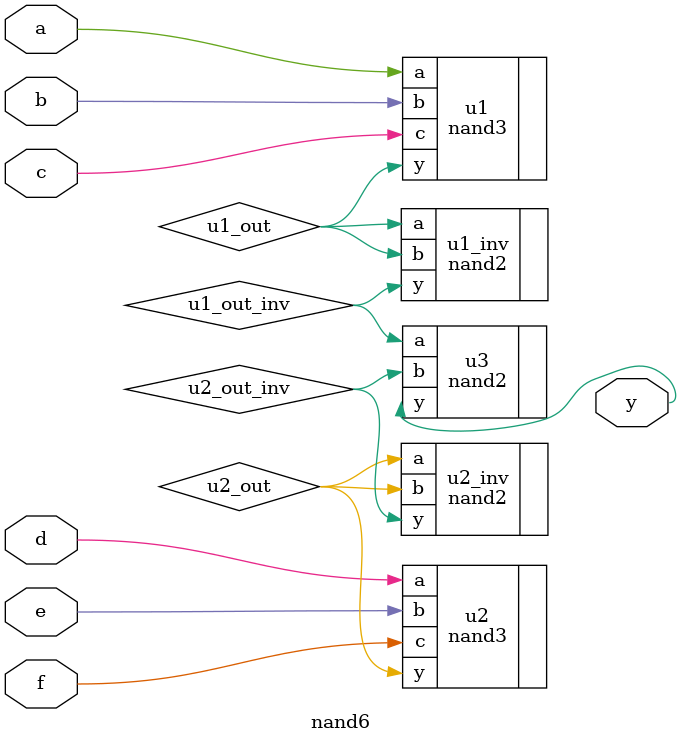
<source format=sv>
`timescale 1ns / 1ps

module nand6 ( 
    input  logic a, b, c, d, e, f,
    output logic y
);

    logic u1_out, u1_out_inv;
    logic u2_out, u2_out_inv;

   
    nand3 u1 (.a(a), .b(b), .c(c), .y(u1_out));
    nand2 u1_inv (.a(u1_out), .b(u1_out), .y(u1_out_inv));

    
    nand3 u2 (.a(d), .b(e), .c(f), .y(u2_out));
    nand2 u2_inv (.a(u2_out), .b(u2_out), .y(u2_out_inv));

    
    nand2 u3 (.a(u1_out_inv), .b(u2_out_inv), .y(y));

endmodule

</source>
